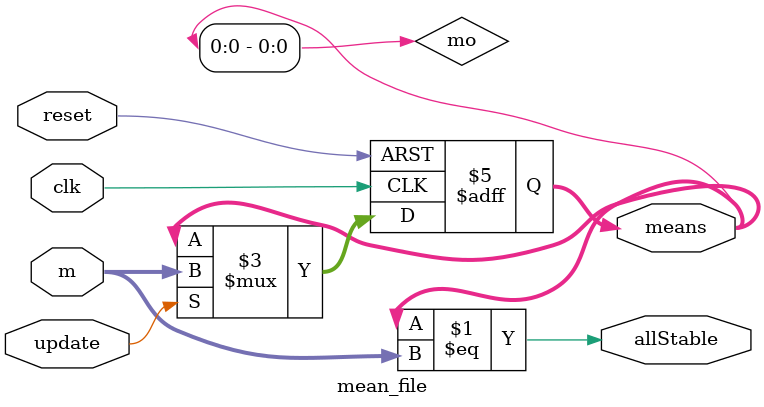
<source format=v>
module mean_file#(parameter K=16)(input clk , reset,update,input[(K)*24-1:0] m,output reg[(K)*24-1:0] means,output allStable);

//reg [K*24-1:0] means;
assign mo = means;
assign allStable = means == m;

always @(posedge clk,posedge reset) begin
    if(reset) begin 
        means <=  {K{1'b0}}; 
    end 

    else if(update) begin
        means <= m;
    end
end

endmodule
</source>
